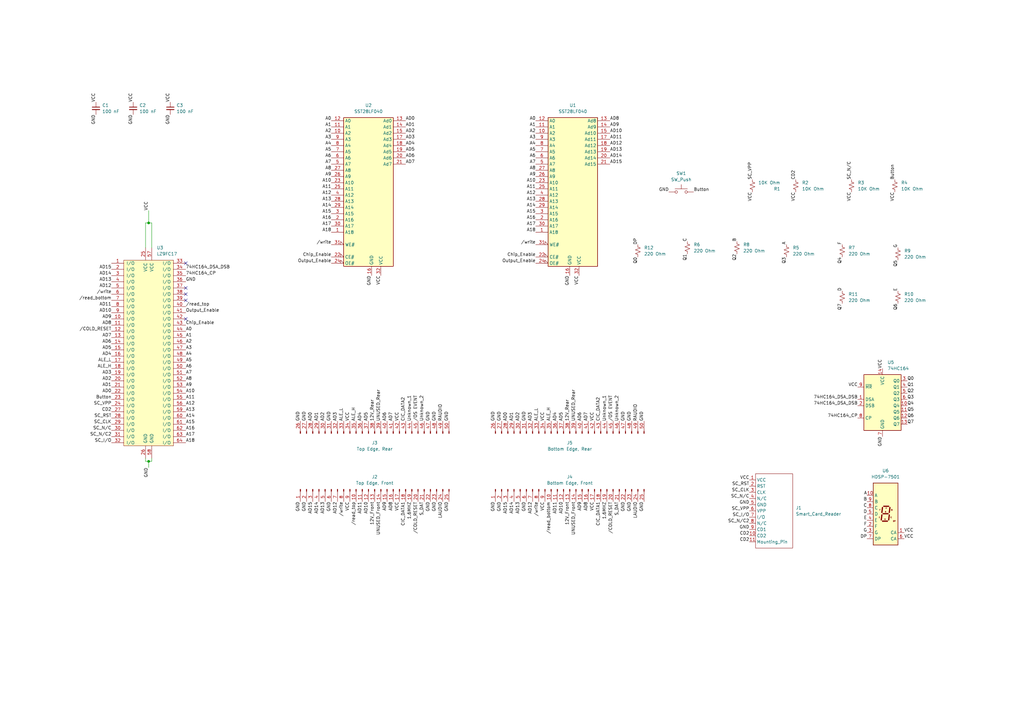
<source format=kicad_sch>
(kicad_sch (version 20231120) (generator "eeschema") (generator_version "8.0")
  (paper "A3")
  (lib_symbols
    (symbol "74xx:74HC164"
      (property "Reference" "U" (at 1.905 -13.97 0))
      (property "Value" "74HC164" (at 1.905 -16.51 0))
      (symbol "74HC164_0_1"
        (rectangle (start 7.62 10.16) (end -7.62 -12.7) (stroke (width 0.254)) (fill (type background)))
      )
      (symbol "74HC164_1_1"
        (pin input line (at -10.16 0 0) (length 2.54) (name "DSA") (number "1"))
        (pin output line (at 10.16 -2.54 180) (length 2.54) (name "Q4") (number "10"))
        (pin output line (at 10.16 -5.08 180) (length 2.54) (name "Q5") (number "11"))
        (pin output line (at 10.16 -7.62 180) (length 2.54) (name "Q6") (number "12"))
        (pin output line (at 10.16 -10.16 180) (length 2.54) (name "Q7") (number "13"))
        (pin power_in line (at 0 12.7 270) (length 2.54) (name "VCC") (number "14"))
        (pin input line (at -10.16 -2.54 0) (length 2.54) (name "DSB") (number "2"))
        (pin output line (at 10.16 7.62 180) (length 2.54) (name "Q0") (number "3"))
        (pin output line (at 10.16 5.08 180) (length 2.54) (name "Q1") (number "4"))
        (pin output line (at 10.16 2.54 180) (length 2.54) (name "Q2") (number "5"))
        (pin output line (at 10.16 0 180) (length 2.54) (name "Q3") (number "6"))
        (pin power_in line (at 0 -15.24 90) (length 2.54) (name "GND") (number "7"))
        (pin input line (at -10.16 -7.62 0) (length 2.54) (name "CP") (number "8"))
        (pin input line (at -10.16 5.08 0) (length 2.54) (name "~{MR}") (number "9"))
      )
    )
    (symbol "Conn_01x25_Male_1" (pin_names (offset 1.016) hide)
      (property "Reference" "J?" (at 0 -5.08 90))
      (property "Value" "Conn_01x25_Male" (at 0 -2.54 90))
      (symbol "Conn_01x25_Male_1_1_1"
        (polyline (pts (xy 1.27 -30.48) (xy 0.8636 -30.48)) (stroke (width 0.1524)))
        (polyline (pts (xy 1.27 -27.94) (xy 0.8636 -27.94)) (stroke (width 0.1524)))
        (polyline (pts (xy 1.27 -25.4) (xy 0.8636 -25.4)) (stroke (width 0.1524)))
        (polyline (pts (xy 1.27 -22.86) (xy 0.8636 -22.86)) (stroke (width 0.1524)))
        (polyline (pts (xy 1.27 -20.32) (xy 0.8636 -20.32)) (stroke (width 0.1524)))
        (polyline (pts (xy 1.27 -17.78) (xy 0.8636 -17.78)) (stroke (width 0.1524)))
        (polyline (pts (xy 1.27 -15.24) (xy 0.8636 -15.24)) (stroke (width 0.1524)))
        (polyline (pts (xy 1.27 -12.7) (xy 0.8636 -12.7)) (stroke (width 0.1524)))
        (polyline (pts (xy 1.27 -10.16) (xy 0.8636 -10.16)) (stroke (width 0.1524)))
        (polyline (pts (xy 1.27 -7.62) (xy 0.8636 -7.62)) (stroke (width 0.1524)))
        (polyline (pts (xy 1.27 -5.08) (xy 0.8636 -5.08)) (stroke (width 0.1524)))
        (polyline (pts (xy 1.27 -2.54) (xy 0.8636 -2.54)) (stroke (width 0.1524)))
        (polyline (pts (xy 1.27 0) (xy 0.8636 0)) (stroke (width 0.1524)))
        (polyline (pts (xy 1.27 2.54) (xy 0.8636 2.54)) (stroke (width 0.1524)))
        (polyline (pts (xy 1.27 5.08) (xy 0.8636 5.08)) (stroke (width 0.1524)))
        (polyline (pts (xy 1.27 7.62) (xy 0.8636 7.62)) (stroke (width 0.1524)))
        (polyline (pts (xy 1.27 10.16) (xy 0.8636 10.16)) (stroke (width 0.1524)))
        (polyline (pts (xy 1.27 12.7) (xy 0.8636 12.7)) (stroke (width 0.1524)))
        (polyline (pts (xy 1.27 15.24) (xy 0.8636 15.24)) (stroke (width 0.1524)))
        (polyline (pts (xy 1.27 17.78) (xy 0.8636 17.78)) (stroke (width 0.1524)))
        (polyline (pts (xy 1.27 20.32) (xy 0.8636 20.32)) (stroke (width 0.1524)))
        (polyline (pts (xy 1.27 22.86) (xy 0.8636 22.86)) (stroke (width 0.1524)))
        (polyline (pts (xy 1.27 25.4) (xy 0.8636 25.4)) (stroke (width 0.1524)))
        (polyline (pts (xy 1.27 27.94) (xy 0.8636 27.94)) (stroke (width 0.1524)))
        (polyline (pts (xy 1.27 30.48) (xy 0.8636 30.48)) (stroke (width 0.1524)))
        (rectangle (start 0.8636 -30.353) (end 0 -30.607) (stroke (width 0.1524)) (fill (type outline)))
        (rectangle (start 0.8636 -27.813) (end 0 -28.067) (stroke (width 0.1524)) (fill (type outline)))
        (rectangle (start 0.8636 -25.273) (end 0 -25.527) (stroke (width 0.1524)) (fill (type outline)))
        (rectangle (start 0.8636 -22.733) (end 0 -22.987) (stroke (width 0.1524)) (fill (type outline)))
        (rectangle (start 0.8636 -20.193) (end 0 -20.447) (stroke (width 0.1524)) (fill (type outline)))
        (rectangle (start 0.8636 -17.653) (end 0 -17.907) (stroke (width 0.1524)) (fill (type outline)))
        (rectangle (start 0.8636 -15.113) (end 0 -15.367) (stroke (width 0.1524)) (fill (type outline)))
        (rectangle (start 0.8636 -12.573) (end 0 -12.827) (stroke (width 0.1524)) (fill (type outline)))
        (rectangle (start 0.8636 -10.033) (end 0 -10.287) (stroke (width 0.1524)) (fill (type outline)))
        (rectangle (start 0.8636 -7.493) (end 0 -7.747) (stroke (width 0.1524)) (fill (type outline)))
        (rectangle (start 0.8636 -4.953) (end 0 -5.207) (stroke (width 0.1524)) (fill (type outline)))
        (rectangle (start 0.8636 -2.413) (end 0 -2.667) (stroke (width 0.1524)) (fill (type outline)))
        (rectangle (start 0.8636 0.127) (end 0 -0.127) (stroke (width 0.1524)) (fill (type outline)))
        (rectangle (start 0.8636 2.667) (end 0 2.413) (stroke (width 0.1524)) (fill (type outline)))
        (rectangle (start 0.8636 5.207) (end 0 4.953) (stroke (width 0.1524)) (fill (type outline)))
        (rectangle (start 0.8636 7.747) (end 0 7.493) (stroke (width 0.1524)) (fill (type outline)))
        (rectangle (start 0.8636 10.287) (end 0 10.033) (stroke (width 0.1524)) (fill (type outline)))
        (rectangle (start 0.8636 12.827) (end 0 12.573) (stroke (width 0.1524)) (fill (type outline)))
        (rectangle (start 0.8636 15.367) (end 0 15.113) (stroke (width 0.1524)) (fill (type outline)))
        (rectangle (start 0.8636 17.907) (end 0 17.653) (stroke (width 0.1524)) (fill (type outline)))
        (rectangle (start 0.8636 20.447) (end 0 20.193) (stroke (width 0.1524)) (fill (type outline)))
        (rectangle (start 0.8636 22.987) (end 0 22.733) (stroke (width 0.1524)) (fill (type outline)))
        (rectangle (start 0.8636 25.527) (end 0 25.273) (stroke (width 0.1524)) (fill (type outline)))
        (rectangle (start 0.8636 28.067) (end 0 27.813) (stroke (width 0.1524)) (fill (type outline)))
        (rectangle (start 0.8636 30.607) (end 0 30.353) (stroke (width 0.1524)) (fill (type outline)))
        (pin passive line (at 5.08 30.48 180) (length 3.81) (name "Pin_1") (number "26"))
        (pin passive line (at 5.08 27.94 180) (length 3.81) (name "Pin_2") (number "27"))
        (pin passive line (at 5.08 25.4 180) (length 3.81) (name "Pin_3") (number "28"))
        (pin passive line (at 5.08 22.86 180) (length 3.81) (name "Pin_4") (number "29"))
        (pin passive line (at 5.08 20.32 180) (length 3.81) (name "Pin_5") (number "30"))
        (pin passive line (at 5.08 17.78 180) (length 3.81) (name "Pin_6") (number "31"))
        (pin passive line (at 5.08 15.24 180) (length 3.81) (name "Pin_7") (number "32"))
        (pin passive line (at 5.08 12.7 180) (length 3.81) (name "Pin_8") (number "33"))
        (pin passive line (at 5.08 10.16 180) (length 3.81) (name "Pin_9") (number "34"))
        (pin passive line (at 5.08 7.62 180) (length 3.81) (name "Pin_10") (number "35"))
        (pin passive line (at 5.08 5.08 180) (length 3.81) (name "Pin_11") (number "36"))
        (pin passive line (at 5.08 2.54 180) (length 3.81) (name "Pin_12") (number "37"))
        (pin passive line (at 5.08 0 180) (length 3.81) (name "Pin_13") (number "38"))
        (pin passive line (at 5.08 -2.54 180) (length 3.81) (name "Pin_14") (number "39"))
        (pin passive line (at 5.08 -5.08 180) (length 3.81) (name "Pin_15") (number "40"))
        (pin passive line (at 5.08 -7.62 180) (length 3.81) (name "Pin_16") (number "41"))
        (pin passive line (at 5.08 -10.16 180) (length 3.81) (name "Pin_17") (number "42"))
        (pin passive line (at 5.08 -12.7 180) (length 3.81) (name "Pin_18") (number "43"))
        (pin passive line (at 5.08 -15.24 180) (length 3.81) (name "Pin_19") (number "44"))
        (pin passive line (at 5.08 -17.78 180) (length 3.81) (name "Pin_20") (number "45"))
        (pin passive line (at 5.08 -20.32 180) (length 3.81) (name "Pin_21") (number "46"))
        (pin passive line (at 5.08 -22.86 180) (length 3.81) (name "Pin_22") (number "47"))
        (pin passive line (at 5.08 -25.4 180) (length 3.81) (name "Pin_23") (number "48"))
        (pin passive line (at 5.08 -27.94 180) (length 3.81) (name "Pin_24") (number "49"))
        (pin passive line (at 5.08 -30.48 180) (length 3.81) (name "Pin_25") (number "50"))
      )
    )
    (symbol "Conn_01x25_Male_2" (pin_names (offset 1.016) hide)
      (property "Reference" "J5" (at 0 -2.54 90))
      (property "Value" "Conn_01x25_Male_2" (at 0 -5.08 90))
      (symbol "Conn_01x25_Male_2_1_1"
        (polyline (pts (xy 1.27 -30.48) (xy 0.8636 -30.48)) (stroke (width 0.1524)))
        (polyline (pts (xy 1.27 -27.94) (xy 0.8636 -27.94)) (stroke (width 0.1524)))
        (polyline (pts (xy 1.27 -25.4) (xy 0.8636 -25.4)) (stroke (width 0.1524)))
        (polyline (pts (xy 1.27 -22.86) (xy 0.8636 -22.86)) (stroke (width 0.1524)))
        (polyline (pts (xy 1.27 -20.32) (xy 0.8636 -20.32)) (stroke (width 0.1524)))
        (polyline (pts (xy 1.27 -17.78) (xy 0.8636 -17.78)) (stroke (width 0.1524)))
        (polyline (pts (xy 1.27 -15.24) (xy 0.8636 -15.24)) (stroke (width 0.1524)))
        (polyline (pts (xy 1.27 -12.7) (xy 0.8636 -12.7)) (stroke (width 0.1524)))
        (polyline (pts (xy 1.27 -10.16) (xy 0.8636 -10.16)) (stroke (width 0.1524)))
        (polyline (pts (xy 1.27 -7.62) (xy 0.8636 -7.62)) (stroke (width 0.1524)))
        (polyline (pts (xy 1.27 -5.08) (xy 0.8636 -5.08)) (stroke (width 0.1524)))
        (polyline (pts (xy 1.27 -2.54) (xy 0.8636 -2.54)) (stroke (width 0.1524)))
        (polyline (pts (xy 1.27 0) (xy 0.8636 0)) (stroke (width 0.1524)))
        (polyline (pts (xy 1.27 2.54) (xy 0.8636 2.54)) (stroke (width 0.1524)))
        (polyline (pts (xy 1.27 5.08) (xy 0.8636 5.08)) (stroke (width 0.1524)))
        (polyline (pts (xy 1.27 7.62) (xy 0.8636 7.62)) (stroke (width 0.1524)))
        (polyline (pts (xy 1.27 10.16) (xy 0.8636 10.16)) (stroke (width 0.1524)))
        (polyline (pts (xy 1.27 12.7) (xy 0.8636 12.7)) (stroke (width 0.1524)))
        (polyline (pts (xy 1.27 15.24) (xy 0.8636 15.24)) (stroke (width 0.1524)))
        (polyline (pts (xy 1.27 17.78) (xy 0.8636 17.78)) (stroke (width 0.1524)))
        (polyline (pts (xy 1.27 20.32) (xy 0.8636 20.32)) (stroke (width 0.1524)))
        (polyline (pts (xy 1.27 22.86) (xy 0.8636 22.86)) (stroke (width 0.1524)))
        (polyline (pts (xy 1.27 25.4) (xy 0.8636 25.4)) (stroke (width 0.1524)))
        (polyline (pts (xy 1.27 27.94) (xy 0.8636 27.94)) (stroke (width 0.1524)))
        (polyline (pts (xy 1.27 30.48) (xy 0.8636 30.48)) (stroke (width 0.1524)))
        (rectangle (start 0.8636 -30.353) (end 0 -30.607) (stroke (width 0.1524)) (fill (type outline)))
        (rectangle (start 0.8636 -27.813) (end 0 -28.067) (stroke (width 0.1524)) (fill (type outline)))
        (rectangle (start 0.8636 -25.273) (end 0 -25.527) (stroke (width 0.1524)) (fill (type outline)))
        (rectangle (start 0.8636 -22.733) (end 0 -22.987) (stroke (width 0.1524)) (fill (type outline)))
        (rectangle (start 0.8636 -20.193) (end 0 -20.447) (stroke (width 0.1524)) (fill (type outline)))
        (rectangle (start 0.8636 -17.653) (end 0 -17.907) (stroke (width 0.1524)) (fill (type outline)))
        (rectangle (start 0.8636 -15.113) (end 0 -15.367) (stroke (width 0.1524)) (fill (type outline)))
        (rectangle (start 0.8636 -12.573) (end 0 -12.827) (stroke (width 0.1524)) (fill (type outline)))
        (rectangle (start 0.8636 -10.033) (end 0 -10.287) (stroke (width 0.1524)) (fill (type outline)))
        (rectangle (start 0.8636 -7.493) (end 0 -7.747) (stroke (width 0.1524)) (fill (type outline)))
        (rectangle (start 0.8636 -4.953) (end 0 -5.207) (stroke (width 0.1524)) (fill (type outline)))
        (rectangle (start 0.8636 -2.413) (end 0 -2.667) (stroke (width 0.1524)) (fill (type outline)))
        (rectangle (start 0.8636 0.127) (end 0 -0.127) (stroke (width 0.1524)) (fill (type outline)))
        (rectangle (start 0.8636 2.667) (end 0 2.413) (stroke (width 0.1524)) (fill (type outline)))
        (rectangle (start 0.8636 5.207) (end 0 4.953) (stroke (width 0.1524)) (fill (type outline)))
        (rectangle (start 0.8636 7.747) (end 0 7.493) (stroke (width 0.1524)) (fill (type outline)))
        (rectangle (start 0.8636 10.287) (end 0 10.033) (stroke (width 0.1524)) (fill (type outline)))
        (rectangle (start 0.8636 12.827) (end 0 12.573) (stroke (width 0.1524)) (fill (type outline)))
        (rectangle (start 0.8636 15.367) (end 0 15.113) (stroke (width 0.1524)) (fill (type outline)))
        (rectangle (start 0.8636 17.907) (end 0 17.653) (stroke (width 0.1524)) (fill (type outline)))
        (rectangle (start 0.8636 20.447) (end 0 20.193) (stroke (width 0.1524)) (fill (type outline)))
        (rectangle (start 0.8636 22.987) (end 0 22.733) (stroke (width 0.1524)) (fill (type outline)))
        (rectangle (start 0.8636 25.527) (end 0 25.273) (stroke (width 0.1524)) (fill (type outline)))
        (rectangle (start 0.8636 28.067) (end 0 27.813) (stroke (width 0.1524)) (fill (type outline)))
        (rectangle (start 0.8636 30.607) (end 0 30.353) (stroke (width 0.1524)) (fill (type outline)))
        (pin passive line (at 5.08 -30.48 180) (length 3.81) (name "Pin_25") (number "26"))
        (pin passive line (at 5.08 -27.94 180) (length 3.81) (name "Pin_24") (number "27"))
        (pin passive line (at 5.08 -25.4 180) (length 3.81) (name "Pin_23") (number "28"))
        (pin passive line (at 5.08 -22.86 180) (length 3.81) (name "Pin_22") (number "29"))
        (pin passive line (at 5.08 -20.32 180) (length 3.81) (name "Pin_21") (number "30"))
        (pin passive line (at 5.08 -17.78 180) (length 3.81) (name "Pin_20") (number "31"))
        (pin passive line (at 5.08 -15.24 180) (length 3.81) (name "Pin_19") (number "32"))
        (pin passive line (at 5.08 -12.7 180) (length 3.81) (name "Pin_18") (number "33"))
        (pin passive line (at 5.08 -10.16 180) (length 3.81) (name "Pin_17") (number "34"))
        (pin passive line (at 5.08 -7.62 180) (length 3.81) (name "Pin_16") (number "35"))
        (pin passive line (at 5.08 -5.08 180) (length 3.81) (name "Pin_15") (number "36"))
        (pin passive line (at 5.08 -2.54 180) (length 3.81) (name "Pin_14") (number "37"))
        (pin passive line (at 5.08 0 180) (length 3.81) (name "Pin_13") (number "38"))
        (pin passive line (at 5.08 2.54 180) (length 3.81) (name "Pin_12") (number "39"))
        (pin passive line (at 5.08 5.08 180) (length 3.81) (name "Pin_11") (number "40"))
        (pin passive line (at 5.08 7.62 180) (length 3.81) (name "Pin_10") (number "41"))
        (pin passive line (at 5.08 10.16 180) (length 3.81) (name "Pin_9") (number "42"))
        (pin passive line (at 5.08 12.7 180) (length 3.81) (name "Pin_8") (number "43"))
        (pin passive line (at 5.08 15.24 180) (length 3.81) (name "Pin_7") (number "44"))
        (pin passive line (at 5.08 17.78 180) (length 3.81) (name "Pin_6") (number "45"))
        (pin passive line (at 5.08 20.32 180) (length 3.81) (name "Pin_5") (number "46"))
        (pin passive line (at 5.08 22.86 180) (length 3.81) (name "Pin_4") (number "47"))
        (pin passive line (at 5.08 25.4 180) (length 3.81) (name "Pin_3") (number "48"))
        (pin passive line (at 5.08 27.94 180) (length 3.81) (name "Pin_2") (number "49"))
        (pin passive line (at 5.08 30.48 180) (length 3.81) (name "Pin_1") (number "50"))
      )
    )
    (symbol "Connector:Conn_01x25_Male" (pin_names (offset 1.016) hide)
      (property "Reference" "J" (at 0 33.02 0))
      (property "Value" "Conn_01x25_Male" (at 0 -33.02 0))
      (symbol "Conn_01x25_Male_1_1"
        (polyline (pts (xy 1.27 -30.48) (xy 0.8636 -30.48)) (stroke (width 0.1524)))
        (polyline (pts (xy 1.27 -27.94) (xy 0.8636 -27.94)) (stroke (width 0.1524)))
        (polyline (pts (xy 1.27 -25.4) (xy 0.8636 -25.4)) (stroke (width 0.1524)))
        (polyline (pts (xy 1.27 -22.86) (xy 0.8636 -22.86)) (stroke (width 0.1524)))
        (polyline (pts (xy 1.27 -20.32) (xy 0.8636 -20.32)) (stroke (width 0.1524)))
        (polyline (pts (xy 1.27 -17.78) (xy 0.8636 -17.78)) (stroke (width 0.1524)))
        (polyline (pts (xy 1.27 -15.24) (xy 0.8636 -15.24)) (stroke (width 0.1524)))
        (polyline (pts (xy 1.27 -12.7) (xy 0.8636 -12.7)) (stroke (width 0.1524)))
        (polyline (pts (xy 1.27 -10.16) (xy 0.8636 -10.16)) (stroke (width 0.1524)))
        (polyline (pts (xy 1.27 -7.62) (xy 0.8636 -7.62)) (stroke (width 0.1524)))
        (polyline (pts (xy 1.27 -5.08) (xy 0.8636 -5.08)) (stroke (width 0.1524)))
        (polyline (pts (xy 1.27 -2.54) (xy 0.8636 -2.54)) (stroke (width 0.1524)))
        (polyline (pts (xy 1.27 0) (xy 0.8636 0)) (stroke (width 0.1524)))
        (polyline (pts (xy 1.27 2.54) (xy 0.8636 2.54)) (stroke (width 0.1524)))
        (polyline (pts (xy 1.27 5.08) (xy 0.8636 5.08)) (stroke (width 0.1524)))
        (polyline (pts (xy 1.27 7.62) (xy 0.8636 7.62)) (stroke (width 0.1524)))
        (polyline (pts (xy 1.27 10.16) (xy 0.8636 10.16)) (stroke (width 0.1524)))
        (polyline (pts (xy 1.27 12.7) (xy 0.8636 12.7)) (stroke (width 0.1524)))
        (polyline (pts (xy 1.27 15.24) (xy 0.8636 15.24)) (stroke (width 0.1524)))
        (polyline (pts (xy 1.27 17.78) (xy 0.8636 17.78)) (stroke (width 0.1524)))
        (polyline (pts (xy 1.27 20.32) (xy 0.8636 20.32)) (stroke (width 0.1524)))
        (polyline (pts (xy 1.27 22.86) (xy 0.8636 22.86)) (stroke (width 0.1524)))
        (polyline (pts (xy 1.27 25.4) (xy 0.8636 25.4)) (stroke (width 0.1524)))
        (polyline (pts (xy 1.27 27.94) (xy 0.8636 27.94)) (stroke (width 0.1524)))
        (polyline (pts (xy 1.27 30.48) (xy 0.8636 30.48)) (stroke (width 0.1524)))
        (rectangle (start 0.8636 -30.353) (end 0 -30.607) (stroke (width 0.1524)) (fill (type outline)))
        (rectangle (start 0.8636 -27.813) (end 0 -28.067) (stroke (width 0.1524)) (fill (type outline)))
        (rectangle (start 0.8636 -25.273) (end 0 -25.527) (stroke (width 0.1524)) (fill (type outline)))
        (rectangle (start 0.8636 -22.733) (end 0 -22.987) (stroke (width 0.1524)) (fill (type outline)))
        (rectangle (start 0.8636 -20.193) (end 0 -20.447) (stroke (width 0.1524)) (fill (type outline)))
        (rectangle (start 0.8636 -17.653) (end 0 -17.907) (stroke (width 0.1524)) (fill (type outline)))
        (rectangle (start 0.8636 -15.113) (end 0 -15.367) (stroke (width 0.1524)) (fill (type outline)))
        (rectangle (start 0.8636 -12.573) (end 0 -12.827) (stroke (width 0.1524)) (fill (type outline)))
        (rectangle (start 0.8636 -10.033) (end 0 -10.287) (stroke (width 0.1524)) (fill (type outline)))
        (rectangle (start 0.8636 -7.493) (end 0 -7.747) (stroke (width 0.1524)) (fill (type outline)))
        (rectangle (start 0.8636 -4.953) (end 0 -5.207) (stroke (width 0.1524)) (fill (type outline)))
        (rectangle (start 0.8636 -2.413) (end 0 -2.667) (stroke (width 0.1524)) (fill (type outline)))
        (rectangle (start 0.8636 0.127) (end 0 -0.127) (stroke (width 0.1524)) (fill (type outline)))
        (rectangle (start 0.8636 2.667) (end 0 2.413) (stroke (width 0.1524)) (fill (type outline)))
        (rectangle (start 0.8636 5.207) (end 0 4.953) (stroke (width 0.1524)) (fill (type outline)))
        (rectangle (start 0.8636 7.747) (end 0 7.493) (stroke (width 0.1524)) (fill (type outline)))
        (rectangle (start 0.8636 10.287) (end 0 10.033) (stroke (width 0.1524)) (fill (type outline)))
        (rectangle (start 0.8636 12.827) (end 0 12.573) (stroke (width 0.1524)) (fill (type outline)))
        (rectangle (start 0.8636 15.367) (end 0 15.113) (stroke (width 0.1524)) (fill (type outline)))
        (rectangle (start 0.8636 17.907) (end 0 17.653) (stroke (width 0.1524)) (fill (type outline)))
        (rectangle (start 0.8636 20.447) (end 0 20.193) (stroke (width 0.1524)) (fill (type outline)))
        (rectangle (start 0.8636 22.987) (end 0 22.733) (stroke (width 0.1524)) (fill (type outline)))
        (rectangle (start 0.8636 25.527) (end 0 25.273) (stroke (width 0.1524)) (fill (type outline)))
        (rectangle (start 0.8636 28.067) (end 0 27.813) (stroke (width 0.1524)) (fill (type outline)))
        (rectangle (start 0.8636 30.607) (end 0 30.353) (stroke (width 0.1524)) (fill (type outline)))
        (pin passive line (at 5.08 30.48 180) (length 3.81) (name "Pin_1") (number "1"))
        (pin passive line (at 5.08 7.62 180) (length 3.81) (name "Pin_10") (number "10"))
        (pin passive line (at 5.08 5.08 180) (length 3.81) (name "Pin_11") (number "11"))
        (pin passive line (at 5.08 2.54 180) (length 3.81) (name "Pin_12") (number "12"))
        (pin passive line (at 5.08 0 180) (length 3.81) (name "Pin_13") (number "13"))
        (pin passive line (at 5.08 -2.54 180) (length 3.81) (name "Pin_14") (number "14"))
        (pin passive line (at 5.08 -5.08 180) (length 3.81) (name "Pin_15") (number "15"))
        (pin passive line (at 5.08 -7.62 180) (length 3.81) (name "Pin_16") (number "16"))
        (pin passive line (at 5.08 -10.16 180) (length 3.81) (name "Pin_17") (number "17"))
        (pin passive line (at 5.08 -12.7 180) (length 3.81) (name "Pin_18") (number "18"))
        (pin passive line (at 5.08 -15.24 180) (length 3.81) (name "Pin_19") (number "19"))
        (pin passive line (at 5.08 27.94 180) (length 3.81) (name "Pin_2") (number "2"))
        (pin passive line (at 5.08 -17.78 180) (length 3.81) (name "Pin_20") (number "20"))
        (pin passive line (at 5.08 -20.32 180) (length 3.81) (name "Pin_21") (number "21"))
        (pin passive line (at 5.08 -22.86 180) (length 3.81) (name "Pin_22") (number "22"))
        (pin passive line (at 5.08 -25.4 180) (length 3.81) (name "Pin_23") (number "23"))
        (pin passive line (at 5.08 -27.94 180) (length 3.81) (name "Pin_24") (number "24"))
        (pin passive line (at 5.08 -30.48 180) (length 3.81) (name "Pin_25") (number "25"))
        (pin passive line (at 5.08 25.4 180) (length 3.81) (name "Pin_3") (number "3"))
        (pin passive line (at 5.08 22.86 180) (length 3.81) (name "Pin_4") (number "4"))
        (pin passive line (at 5.08 20.32 180) (length 3.81) (name "Pin_5") (number "5"))
        (pin passive line (at 5.08 17.78 180) (length 3.81) (name "Pin_6") (number "6"))
        (pin passive line (at 5.08 15.24 180) (length 3.81) (name "Pin_7") (number "7"))
        (pin passive line (at 5.08 12.7 180) (length 3.81) (name "Pin_8") (number "8"))
        (pin passive line (at 5.08 10.16 180) (length 3.81) (name "Pin_9") (number "9"))
      )
    )
    (symbol "Custom_Flash:SST28LF040"
      (property "Reference" "U1" (at 0 38.1 0))
      (property "Value" "SST28LF040" (at 0 35.56 0))
      (symbol "SST28LF040_0_1"
        (rectangle (start -10.16 31.75) (end 10.16 -29.21) (stroke (width 0.254)) (fill (type background)))
      )
      (symbol "SST28LF040_1_1"
        (pin input line (at -15.24 -15.24 0) (length 5.08) (name "A18") (number "1"))
        (pin input line (at -15.24 25.4 0) (length 5.08) (name "A2") (number "10"))
        (pin input line (at -15.24 27.94 0) (length 5.08) (name "A1") (number "11"))
        (pin input line (at -15.24 30.48 0) (length 5.08) (name "A0") (number "12"))
        (pin tri_state line (at 15.24 30.48 180) (length 5.08) (name "Ad0") (number "13"))
        (pin tri_state line (at 15.24 27.94 180) (length 5.08) (name "Ad1") (number "14"))
        (pin tri_state line (at 15.24 25.4 180) (length 5.08) (name "Ad2") (number "15"))
        (pin power_in line (at 1.27 -33.02 90) (length 3.81) (name "GND") (number "16"))
        (pin tri_state line (at 15.24 22.86 180) (length 5.08) (name "Ad3") (number "17"))
        (pin tri_state line (at 15.24 20.32 180) (length 5.08) (name "Ad4") (number "18"))
        (pin tri_state line (at 15.24 17.78 180) (length 5.08) (name "Ad5") (number "19"))
        (pin input line (at -15.24 -10.16 0) (length 5.08) (name "A16") (number "2"))
        (pin tri_state line (at 15.24 15.24 180) (length 5.08) (name "Ad6") (number "20"))
        (pin tri_state line (at 15.24 12.7 180) (length 5.08) (name "Ad7") (number "21"))
        (pin input input_low (at -15.24 -25.4 0) (length 5.08) (name "CE#") (number "22"))
        (pin input line (at -15.24 5.08 0) (length 5.08) (name "A10") (number "23"))
        (pin input input_low (at -15.24 -27.94 0) (length 5.08) (name "OE#") (number "24"))
        (pin input line (at -15.24 2.54 0) (length 5.08) (name "A11") (number "25"))
        (pin input line (at -15.24 7.62 0) (length 5.08) (name "A9") (number "26"))
        (pin input line (at -15.24 10.16 0) (length 5.08) (name "A8") (number "27"))
        (pin input line (at -15.24 -2.54 0) (length 5.08) (name "A13") (number "28"))
        (pin input line (at -15.24 -5.08 0) (length 5.08) (name "A14") (number "29"))
        (pin input line (at -15.24 -7.62 0) (length 5.08) (name "A15") (number "3"))
        (pin input line (at -15.24 -12.7 0) (length 5.08) (name "A17") (number "30"))
        (pin input input_low (at -15.24 -20.32 0) (length 5.08) (name "WE#") (number "31"))
        (pin power_in line (at 5.08 -33.02 90) (length 3.81) (name "VCC") (number "32"))
        (pin input line (at -15.24 0 0) (length 5.08) (name "A12") (number "4"))
        (pin input line (at -15.24 12.7 0) (length 5.08) (name "A7") (number "5"))
        (pin input line (at -15.24 15.24 0) (length 5.08) (name "A6") (number "6"))
        (pin input line (at -15.24 17.78 0) (length 5.08) (name "A5") (number "7"))
        (pin input line (at -15.24 20.32 0) (length 5.08) (name "A4") (number "8"))
        (pin input line (at -15.24 22.86 0) (length 5.08) (name "A3") (number "9"))
      )
    )
    (symbol "Custom_GAL:LZ9FC17" (pin_names (offset 1.016))
      (property "Reference" "U" (at -7.62 50.8 0))
      (property "Value" "LZ9FC17" (at 2.54 50.8 0))
      (symbol "LZ9FC17_0_1"
        (rectangle (start -10.16 36.83) (end 10.16 -39.37) (fill (type background)))
      )
      (symbol "LZ9FC17_1_1"
        (pin tri_state line (at -15.24 35.56 0) (length 5.08) (name "I/O") (number "1"))
        (pin tri_state line (at -15.24 12.7 0) (length 5.08) (name "I/O") (number "10"))
        (pin tri_state line (at -15.24 10.16 0) (length 5.08) (name "I/O") (number "11"))
        (pin tri_state line (at -15.24 7.62 0) (length 5.08) (name "I/O") (number "12"))
        (pin tri_state line (at -15.24 5.08 0) (length 5.08) (name "I/O") (number "13"))
        (pin tri_state line (at -15.24 2.54 0) (length 5.08) (name "I/O") (number "14"))
        (pin tri_state line (at -15.24 0 0) (length 5.08) (name "I/O") (number "15"))
        (pin tri_state line (at -15.24 -2.54 0) (length 5.08) (name "I/O") (number "16"))
        (pin tri_state line (at -15.24 -5.08 0) (length 5.08) (name "I/O") (number "17"))
        (pin tri_state line (at -15.24 -7.62 0) (length 5.08) (name "I/O") (number "18"))
        (pin tri_state line (at -15.24 -10.16 0) (length 5.08) (name "I/O") (number "19"))
        (pin tri_state line (at -15.24 33.02 0) (length 5.08) (name "I/O") (number "2"))
        (pin tri_state line (at -15.24 -12.7 0) (length 5.08) (name "I/O") (number "20"))
        (pin tri_state line (at -15.24 -15.24 0) (length 5.08) (name "I/O") (number "21"))
        (pin tri_state line (at -15.24 -17.78 0) (length 5.08) (name "I/O") (number "22"))
        (pin tri_state line (at -15.24 -20.32 0) (length 5.08) (name "I/O") (number "23"))
        (pin tri_state line (at -15.24 -22.86 0) (length 5.08) (name "I/O") (number "24"))
        (pin power_in line (at -1.27 41.91 270) (length 5.08) (name "VCC") (number "25"))
        (pin power_in line (at -1.27 -44.45 90) (length 5.08) (name "GND") (number "26"))
        (pin tri_state line (at -15.24 -25.4 0) (length 5.08) (name "I/O") (number "27"))
        (pin tri_state line (at -15.24 -27.94 0) (length 5.08) (name "I/O") (number "28"))
        (pin tri_state line (at -15.24 -30.48 0) (length 5.08) (name "I/O") (number "29"))
        (pin tri_state line (at -15.24 30.48 0) (length 5.08) (name "I/O") (number "3"))
        (pin tri_state line (at -15.24 -33.02 0) (length 5.08) (name "I/O") (number "30"))
        (pin tri_state line (at -15.24 -35.56 0) (length 5.08) (name "I/O") (number "31"))
        (pin tri_state line (at -15.24 -38.1 0) (length 5.08) (name "I/O") (number "32"))
        (pin tri_state line (at 15.24 35.56 180) (length 5.08) (name "I/O") (number "33"))
        (pin tri_state line (at 15.24 33.02 180) (length 5.08) (name "I/O") (number "34"))
        (pin tri_state line (at 15.24 30.48 180) (length 5.08) (name "I/O") (number "35"))
        (pin tri_state line (at 15.24 27.94 180) (length 5.08) (name "I/O") (number "36"))
        (pin tri_state line (at 15.24 25.4 180) (length 5.08) (name "I/O") (number "37"))
        (pin tri_state line (at 15.24 22.86 180) (length 5.08) (name "I/O") (number "38"))
        (pin tri_state line (at 15.24 20.32 180) (length 5.08) (name "I/O") (number "39"))
        (pin tri_state line (at -15.24 27.94 0) (length 5.08) (name "I/O") (number "4"))
        (pin tri_state line (at 15.24 17.78 180) (length 5.08) (name "I/O") (number "40"))
        (pin tri_state line (at 15.24 15.24 180) (length 5.08) (name "I/O") (number "41"))
        (pin tri_state line (at 15.24 12.7 180) (length 5.08) (name "I/O") (number "42"))
        (pin tri_state line (at 15.24 10.16 180) (length 5.08) (name "I/O") (number "43"))
        (pin tri_state line (at 15.24 7.62 180) (length 5.08) (name "I/O") (number "44"))
        (pin tri_state line (at 15.24 5.08 180) (length 5.08) (name "I/O") (number "45"))
        (pin tri_state line (at 15.24 2.54 180) (length 5.08) (name "I/O") (number "46"))
        (pin tri_state line (at 15.24 0 180) (length 5.08) (name "I/O") (number "47"))
        (pin tri_state line (at 15.24 -2.54 180) (length 5.08) (name "I/O") (number "48"))
        (pin tri_state line (at 15.24 -5.08 180) (length 5.08) (name "I/O") (number "49"))
        (pin tri_state line (at -15.24 25.4 0) (length 5.08) (name "I/O") (number "5"))
        (pin tri_state line (at 15.24 -7.62 180) (length 5.08) (name "I/O") (number "50"))
        (pin tri_state line (at 15.24 -10.16 180) (length 5.08) (name "I/O") (number "51"))
        (pin tri_state line (at 15.24 -12.7 180) (length 5.08) (name "I/O") (number "52"))
        (pin tri_state line (at 15.24 -15.24 180) (length 5.08) (name "I/O") (number "53"))
        (pin tri_state line (at 15.24 -17.78 180) (length 5.08) (name "I/O") (number "54"))
        (pin tri_state line (at 15.24 -20.32 180) (length 5.08) (name "I/O") (number "55"))
        (pin tri_state line (at 15.24 -22.86 180) (length 5.08) (name "I/O") (number "56"))
        (pin power_in line (at 1.27 41.91 270) (length 5.08) (name "VCC") (number "57"))
        (pin tri_state line (at 1.27 -44.45 90) (length 5.08) (name "GND") (number "58"))
        (pin tri_state line (at 15.24 -25.4 180) (length 5.08) (name "I/O") (number "59"))
        (pin tri_state line (at -15.24 22.86 0) (length 5.08) (name "I/O") (number "6"))
        (pin tri_state line (at 15.24 -27.94 180) (length 5.08) (name "I/O") (number "60"))
        (pin tri_state line (at 15.24 -30.48 180) (length 5.08) (name "I/O") (number "61"))
        (pin tri_state line (at 15.24 -33.02 180) (length 5.08) (name "I/O") (number "62"))
        (pin tri_state line (at 15.24 -35.56 180) (length 5.08) (name "I/O") (number "63"))
        (pin tri_state line (at 15.24 -38.1 180) (length 5.08) (name "I/O") (number "64"))
        (pin tri_state line (at -15.24 20.32 0) (length 5.08) (name "I/O") (number "7"))
        (pin tri_state line (at -15.24 17.78 0) (length 5.08) (name "I/O") (number "8"))
        (pin tri_state line (at -15.24 15.24 0) (length 5.08) (name "I/O") (number "9"))
      )
    )
    (symbol "Device:C_Small" (pin_numbers hide) (pin_names (offset 0.254) hide)
      (property "Reference" "C" (at 0.254 1.778 0))
      (property "Value" "C_Small" (at 0.254 -2.032 0))
      (symbol "C_Small_0_1"
        (polyline (pts (xy -1.524 -0.508) (xy 1.524 -0.508)) (stroke (width 0.3302)))
        (polyline (pts (xy -1.524 0.508) (xy 1.524 0.508)) (stroke (width 0.3048)))
      )
      (symbol "C_Small_1_1"
        (pin passive line (at 0 2.54 270) (length 2.032) (name "~") (number "1"))
        (pin passive line (at 0 -2.54 90) (length 2.032) (name "~") (number "2"))
      )
    )
    (symbol "Device:R_Small_US" (pin_numbers hide) (pin_names (offset 0.254) hide)
      (property "Reference" "R" (at 0.762 0.508 0))
      (property "Value" "R_Small_US" (at 0.762 -1.016 0))
      (symbol "R_Small_US_1_1"
        (polyline (pts (xy 0 0) (xy 1.016 -0.381) (xy 0 -0.762) (xy -1.016 -1.143) (xy 0 -1.524)))
        (polyline (pts (xy 0 1.524) (xy 1.016 1.143) (xy 0 0.762) (xy -1.016 0.381) (xy 0 0)))
        (pin passive line (at 0 2.54 270) (length 1.016) (name "~") (number "1"))
        (pin passive line (at 0 -2.54 90) (length 1.016) (name "~") (number "2"))
      )
    )
    (symbol "Display_Character:HDSP-7501"
      (property "Reference" "U" (at -3.81 13.97 0))
      (property "Value" "HDSP-7501" (at 6.35 13.97 0))
      (symbol "HDSP-7501_1_0"
        (text "A" (at 0.254 2.413 0) (effects (font (size 0.508 0.508))))
        (text "B" (at 2.54 1.651 0) (effects (font (size 0.508 0.508))))
        (text "C" (at 2.286 -1.397 0) (effects (font (size 0.508 0.508))))
        (text "D" (at -0.254 -2.159 0) (effects (font (size 0.508 0.508))))
        (text "DP" (at 3.556 -2.921 0) (effects (font (size 0.508 0.508))))
        (text "E" (at -2.54 -1.397 0) (effects (font (size 0.508 0.508))))
        (text "F" (at -2.286 1.651 0) (effects (font (size 0.508 0.508))))
        (text "G" (at 0 0.889 0) (effects (font (size 0.508 0.508))))
      )
      (symbol "HDSP-7501_1_1"
        (rectangle (start -5.08 12.7) (end 5.08 -12.7) (stroke (width 0.254)) (fill (type background)))
        (polyline (pts (xy -1.524 -0.381) (xy -1.778 -2.413)) (stroke (width 0.508)))
        (polyline (pts (xy -1.27 -2.921) (xy 0.762 -2.921)) (stroke (width 0.508)))
        (polyline (pts (xy -1.27 2.667) (xy -1.524 0.635)) (stroke (width 0.508)))
        (polyline (pts (xy -1.016 0.127) (xy 1.016 0.127)) (stroke (width 0.508)))
        (polyline (pts (xy -0.762 3.175) (xy 1.27 3.175)) (stroke (width 0.508)))
        (polyline (pts (xy 1.524 -0.381) (xy 1.27 -2.413)) (stroke (width 0.508)))
        (polyline (pts (xy 1.778 2.667) (xy 1.524 0.635)) (stroke (width 0.508)))
        (polyline (pts (xy 2.54 -2.921) (xy 2.54 -2.921)) (stroke (width 0.508)))
        (pin input line (at 7.62 -7.62 180) (length 2.54) (name "CA") (number "1"))
        (pin input line (at -7.62 7.62 0) (length 2.54) (name "A") (number "10"))
        (pin input line (at -7.62 -5.08 0) (length 2.54) (name "F") (number "2"))
        (pin input line (at -7.62 -7.62 0) (length 2.54) (name "G") (number "3"))
        (pin input line (at -7.62 -2.54 0) (length 2.54) (name "E") (number "4"))
        (pin input line (at -7.62 0 0) (length 2.54) (name "D") (number "5"))
        (pin input line (at 7.62 -10.16 180) (length 2.54) (name "CA") (number "6"))
        (pin input line (at -7.62 -10.16 0) (length 2.54) (name "DP") (number "7"))
        (pin input line (at -7.62 2.54 0) (length 2.54) (name "C") (number "8"))
        (pin input line (at -7.62 5.08 0) (length 2.54) (name "B") (number "9"))
      )
    )
    (symbol "GB Printer:Smart_Card_Reader"
      (property "Reference" "U" (at 1.27 0 0))
      (property "Value" "Smart_Card_Reader" (at 5.08 -1.27 90))
      (symbol "Smart_Card_Reader_0_1"
        (rectangle (start -7.62 13.97) (end 7.62 -16.51))
      )
      (symbol "Smart_Card_Reader_1_1"
        (pin power_in line (at -10.16 11.43 0) (length 2.54) (name "VCC") (number "1"))
        (pin input line (at -10.16 -11.43 0) (length 2.54) (name "CD2") (number "10"))
        (pin input line (at -10.16 -13.97 0) (length 2.54) (name "Mounting_Pin") (number "11"))
        (pin input line (at -10.16 8.89 0) (length 2.54) (name "RST") (number "2"))
        (pin input line (at -10.16 6.35 0) (length 2.54) (name "CLK") (number "3"))
        (pin input line (at -10.16 3.81 0) (length 2.54) (name "N/C") (number "4"))
        (pin power_in line (at -10.16 1.27 0) (length 2.54) (name "GND") (number "5"))
        (pin power_in line (at -10.16 -1.27 0) (length 2.54) (name "VPP") (number "6"))
        (pin input line (at -10.16 -3.81 0) (length 2.54) (name "I/O") (number "7"))
        (pin input line (at -10.16 -6.35 0) (length 2.54) (name "N/C") (number "8"))
        (pin input line (at -10.16 -8.89 0) (length 2.54) (name "CD1") (number "9"))
      )
    )
    (symbol "SST28LF040_1"
      (property "Reference" "U2" (at 0 38.1 0))
      (property "Value" "SST28LF040" (at 0 35.56 0))
      (symbol "SST28LF040_1_0_1"
        (rectangle (start -10.16 31.75) (end 10.16 -29.21) (stroke (width 0.254)) (fill (type background)))
      )
      (symbol "SST28LF040_1_1_1"
        (pin input line (at -15.24 -15.24 0) (length 5.08) (name "A18") (number "1"))
        (pin input line (at -15.24 25.4 0) (length 5.08) (name "A2") (number "10"))
        (pin input line (at -15.24 27.94 0) (length 5.08) (name "A1") (number "11"))
        (pin input line (at -15.24 30.48 0) (length 5.08) (name "A0") (number "12"))
        (pin tri_state line (at 15.24 30.48 180) (length 5.08) (name "Ad8") (number "13"))
        (pin tri_state line (at 15.24 27.94 180) (length 5.08) (name "Ad9") (number "14"))
        (pin tri_state line (at 15.24 25.4 180) (length 5.08) (name "Ad10") (number "15"))
        (pin power_in line (at -1.27 -33.02 90) (length 3.81) (name "GND") (number "16"))
        (pin tri_state line (at 15.24 22.86 180) (length 5.08) (name "Ad11") (number "17"))
        (pin tri_state line (at 15.24 20.32 180) (length 5.08) (name "Ad12") (number "18"))
        (pin tri_state line (at 15.24 17.78 180) (length 5.08) (name "Ad13") (number "19"))
        (pin input line (at -15.24 -10.16 0) (length 5.08) (name "A16") (number "2"))
        (pin tri_state line (at 15.24 15.24 180) (length 5.08) (name "Ad14") (number "20"))
        (pin tri_state line (at 15.24 12.7 180) (length 5.08) (name "Ad15") (number "21"))
        (pin input input_low (at -15.24 -25.4 0) (length 5.08) (name "CE#") (number "22"))
        (pin input line (at -15.24 5.08 0) (length 5.08) (name "A10") (number "23"))
        (pin input input_low (at -15.24 -27.94 0) (length 5.08) (name "OE#") (number "24"))
        (pin input line (at -15.24 2.54 0) (length 5.08) (name "A11") (number "25"))
        (pin input line (at -15.24 7.62 0) (length 5.08) (name "A9") (number "26"))
        (pin input line (at -15.24 10.16 0) (length 5.08) (name "A8") (number "27"))
        (pin input line (at -15.24 -2.54 0) (length 5.08) (name "A13") (number "28"))
        (pin input line (at -15.24 -5.08 0) (length 5.08) (name "A14") (number "29"))
        (pin input line (at -15.24 -7.62 0) (length 5.08) (name "A15") (number "3"))
        (pin input line (at -15.24 -12.7 0) (length 5.08) (name "A17") (number "30"))
        (pin input input_low (at -15.24 -20.32 0) (length 5.08) (name "WE#") (number "31"))
        (pin power_in line (at 2.54 -33.02 90) (length 3.81) (name "VCC") (number "32"))
        (pin input line (at -15.24 0 0) (length 5.08) (name "A12") (number "4"))
        (pin input line (at -15.24 12.7 0) (length 5.08) (name "A7") (number "5"))
        (pin input line (at -15.24 15.24 0) (length 5.08) (name "A6") (number "6"))
        (pin input line (at -15.24 17.78 0) (length 5.08) (name "A5") (number "7"))
        (pin input line (at -15.24 20.32 0) (length 5.08) (name "A4") (number "8"))
        (pin input line (at -15.24 22.86 0) (length 5.08) (name "A3") (number "9"))
      )
    )
    (symbol "Switch:SW_Push" (pin_numbers hide) (pin_names (offset 1.016) hide)
      (property "Reference" "SW" (at 1.27 2.54 0))
      (property "Value" "SW_Push" (at 0 -1.524 0))
      (symbol "SW_Push_0_1"
        (circle (center -2.032 0) (radius 0.508))
        (polyline (pts (xy 0 1.27) (xy 0 3.048)))
        (polyline (pts (xy 2.54 1.27) (xy -2.54 1.27)))
        (circle (center 2.032 0) (radius 0.508))
        (pin passive line (at -5.08 0 0) (length 2.54) (name "1") (number "1"))
        (pin passive line (at 5.08 0 180) (length 2.54) (name "2") (number "2"))
      )
    )
  )
  (junction (at 60.96 91.44))
  (junction (at 60.96 189.23))
  (no_connect (at 76.2 118.11))
  (no_connect (at 76.2 107.95))
  (no_connect (at 76.2 120.65))
  (no_connect (at 76.2 123.19))
  (no_connect (at 76.2 130.81))
  (wire (pts (xy 60.96 86.36) (xy 60.96 91.44)))
  (wire (pts (xy 59.69 187.96) (xy 59.69 189.23)))
  (wire (pts (xy 62.23 187.96) (xy 62.23 189.23)))
  (wire (pts (xy 59.69 189.23) (xy 60.96 189.23)))
  (wire (pts (xy 60.96 91.44) (xy 62.23 91.44)))
  (wire (pts (xy 59.69 91.44) (xy 60.96 91.44)))
  (wire (pts (xy 59.69 91.44) (xy 59.69 101.6)))
  (wire (pts (xy 60.96 189.23) (xy 62.23 189.23)))
  (wire (pts (xy 60.96 189.23) (xy 60.96 191.77)))
  (wire (pts (xy 62.23 91.44) (xy 62.23 101.6)))
  (label "AD10" (at 231.14 205.74 270))
  (label "UNUSED_Rear" (at 236.22 172.72 90))
  (label "SC_RST" (at 307.34 199.39 180))
  (label "A16" (at 135.89 90.17 180))
  (label "F" (at 355.6 215.9 180))
  (label "Q6" (at 368.3 124.46 270))
  (label "A1" (at 219.71 52.07 180))
  (label "VCC" (at 367.03 78.74 270))
  (label "AD4" (at 166.37 59.69 0))
  (label "{slash}OS EVENT" (at 251.46 172.72 90))
  (label "Unknown_2" (at 254 172.72 90))
  (label "{slash}OS EVENT" (at 171.45 172.72 90))
  (label "AD8" (at 161.29 205.74 270))
  (label "AD8" (at 45.72 133.35 180))
  (label "SC_I{slash}O" (at 307.34 212.09 180))
  (label "GND" (at 54.61 46.99 270))
  (label "GND" (at 259.08 172.72 90))
  (label "{slash}COLD_RESET" (at 171.45 205.74 270))
  (label "AD10" (at 250.19 54.61 0))
  (label "E" (at 355.6 213.36 180))
  (label "AD4" (at 148.59 172.72 90))
  (label "A18" (at 135.89 95.25 180))
  (label "VCC" (at 237.49 113.03 270))
  (label "A1" (at 76.2 138.43 0))
  (label "B" (at 302.26 99.06 90))
  (label "CIC_DATA2" (at 246.38 172.72 90))
  (label "AD2" (at 213.36 172.72 90))
  (label "VCC" (at 39.37 41.91 90))
  (label "SC_I{slash}O" (at 45.72 181.61 180))
  (label "AD13" (at 250.19 62.23 0))
  (label "GND" (at 307.34 217.17 180))
  (label "RAUDIO" (at 181.61 172.72 90))
  (label "AD14" (at 130.81 205.74 270))
  (label "74HC164_DSA_DSB" (at 351.79 163.83 180))
  (label "E" (at 368.3 119.38 90))
  (label "AD4" (at 45.72 146.05 180))
  (label "GND" (at 203.2 205.74 270))
  (label "GND" (at 205.74 205.74 270))
  (label "CD2" (at 45.72 168.91 180))
  (label "DP" (at 355.6 220.98 180))
  (label "Q4" (at 345.44 105.41 270))
  (label "AD7" (at 161.29 172.72 90))
  (label "A13" (at 135.89 82.55 180))
  (label "AD10" (at 151.13 205.74 270))
  (label "RAUDIO" (at 261.62 172.72 90))
  (label "Q6" (at 372.11 171.45 0))
  (label "LAUDIO" (at 181.61 205.74 270))
  (label "74HC164_DSA_DSB" (at 351.79 166.37 180))
  (label "A10" (at 219.71 74.93 180))
  (label "Q2" (at 372.11 161.29 0))
  (label "Output_Enable" (at 76.2 128.27 0))
  (label "VCC" (at 60.96 86.36 90))
  (label "GND" (at 135.89 172.72 90))
  (label "A6" (at 219.71 64.77 180))
  (label "Chip_Enable" (at 135.89 105.41 180))
  (label "UNUSED_Rear" (at 156.21 172.72 90))
  (label "VCC" (at 223.52 172.72 90))
  (label "A11" (at 135.89 77.47 180))
  (label "A5" (at 135.89 62.23 180))
  (label "AD15" (at 45.72 110.49 180))
  (label "C" (at 355.6 208.28 180))
  (label "GND" (at 274.32 78.74 180))
  (label "CIC_DATA1" (at 246.38 205.74 270))
  (label "GND" (at 233.68 113.03 270))
  (label "C" (at 281.94 99.06 90))
  (label "1.6MHZ" (at 168.91 205.74 270))
  (label "VCC" (at 349.25 78.74 270))
  (label "VCC" (at 163.83 205.74 270))
  (label "AD15" (at 128.27 205.74 270))
  (label "GND" (at 125.73 205.74 270))
  (label "AD7" (at 166.37 67.31 0))
  (label "AD3" (at 218.44 172.72 90))
  (label "AD13" (at 45.72 115.57 180))
  (label "AD1" (at 210.82 172.72 90))
  (label "AD0" (at 208.28 172.72 90))
  (label "CD2" (at 307.34 222.25 180))
  (label "A13" (at 219.71 82.55 180))
  (label "UNUSED_Front" (at 236.22 205.74 270))
  (label "VCC" (at 361.95 151.13 90))
  (label "Q5" (at 372.11 168.91 0))
  (label "AD1" (at 130.81 172.72 90))
  (label "S_DAT" (at 173.99 205.74 270))
  (label "G" (at 368.3 101.6 90))
  (label "GND" (at 264.16 205.74 270))
  (label "A1" (at 135.89 52.07 180))
  (label "A11" (at 76.2 163.83 0))
  (label "SC_VPP" (at 308.61 73.66 90))
  (label "AD6" (at 45.72 140.97 180))
  (label "ALE_L" (at 45.72 148.59 180))
  (label "A14" (at 76.2 171.45 0))
  (label "A9" (at 135.89 72.39 180))
  (label "AD3" (at 166.37 57.15 0))
  (label "{slash}write" (at 140.97 205.74 270))
  (label "A17" (at 219.71 92.71 180))
  (label "GND" (at 69.85 46.99 270))
  (label "Chip_Enable" (at 219.71 105.41 180))
  (label "{slash}write" (at 219.71 100.33 180))
  (label "AD2" (at 166.37 54.61 0))
  (label "VCC" (at 307.34 196.85 180))
  (label "ALE_H" (at 226.06 172.72 90))
  (label "A2" (at 219.71 54.61 180))
  (label "AD13" (at 133.35 205.74 270))
  (label "VCC" (at 370.84 218.44 0))
  (label "A18" (at 219.71 95.25 180))
  (label "A8" (at 219.71 69.85 180))
  (label "A17" (at 76.2 179.07 0))
  (label "GND" (at 76.2 115.57 0))
  (label "AD11" (at 228.6 205.74 270))
  (label "1.6MHZ" (at 248.92 205.74 270))
  (label "A6" (at 135.89 64.77 180))
  (label "A12" (at 76.2 166.37 0))
  (label "AD8" (at 250.19 49.53 0))
  (label "GND" (at 184.15 205.74 270))
  (label "CD2" (at 326.39 73.66 90))
  (label "GND" (at 203.2 172.72 90))
  (label "Button" (at 284.48 78.74 0))
  (label "Unknown_2" (at 173.99 172.72 90))
  (label "GND" (at 123.19 205.74 270))
  (label "AD5" (at 231.14 172.72 90))
  (label "{slash}read_top" (at 146.05 205.74 270))
  (label "AD6" (at 158.75 172.72 90))
  (label "VCC" (at 326.39 78.74 270))
  (label "AD9" (at 45.72 130.81 180))
  (label "AD9" (at 238.76 205.74 270))
  (label "AD3" (at 138.43 172.72 90))
  (label "VCC" (at 370.84 220.98 0))
  (label "VCC" (at 143.51 172.72 90))
  (label "GND" (at 176.53 205.74 270))
  (label "{slash}write" (at 45.72 120.65 180))
  (label "A6" (at 76.2 151.13 0))
  (label "SC_RST" (at 45.72 171.45 180))
  (label "74HC164_CP" (at 351.79 171.45 180))
  (label "Q3" (at 372.11 163.83 0))
  (label "GND" (at 307.34 207.01 180))
  (label "VCC" (at 163.83 172.72 90))
  (label "{slash}read_bottom" (at 45.72 123.19 180))
  (label "GND" (at 125.73 172.72 90))
  (label "A0" (at 219.71 49.53 180))
  (label "SC_N{slash}C" (at 45.72 176.53 180))
  (label "AD12" (at 45.72 118.11 180))
  (label "AD9" (at 158.75 205.74 270))
  (label "A7" (at 135.89 67.31 180))
  (label "GND" (at 259.08 205.74 270))
  (label "AD14" (at 250.19 64.77 0))
  (label "VCC" (at 54.61 41.91 90))
  (label "VCC" (at 308.61 78.74 270))
  (label "AD5" (at 151.13 172.72 90))
  (label "ALE_L" (at 220.98 172.72 90))
  (label "AD2" (at 45.72 156.21 180))
  (label "AD6" (at 238.76 172.72 90))
  (label "GND" (at 184.15 172.72 90))
  (label "GND" (at 205.74 172.72 90))
  (label "GND" (at 179.07 205.74 270))
  (label "G" (at 355.6 218.44 180))
  (label "A14" (at 135.89 85.09 180))
  (label "AD11" (at 250.19 57.15 0))
  (label "CIC_DATA1" (at 166.37 205.74 270))
  (label "AD9" (at 250.19 52.07 0))
  (label "AD12" (at 218.44 205.74 270))
  (label "B" (at 355.6 205.74 180))
  (label "A4" (at 219.71 59.69 180))
  (label "SC_N{slash}C2" (at 45.72 179.07 180))
  (label "{slash}write" (at 220.98 205.74 270))
  (label "A10" (at 135.89 74.93 180))
  (label "A7" (at 219.71 67.31 180))
  (label "GND" (at 215.9 205.74 270))
  (label "AD11" (at 148.59 205.74 270))
  (label "Unknown_1" (at 168.91 172.72 90))
  (label "A14" (at 219.71 85.09 180))
  (label "{slash}COLD_RESET" (at 45.72 135.89 180))
  (label "AD0" (at 166.37 49.53 0))
  (label "12V_Front" (at 153.67 205.74 270))
  (label "Q0" (at 261.62 105.41 270))
  (label "Q7" (at 345.44 124.46 270))
  (label "A15" (at 135.89 87.63 180))
  (label "A3" (at 76.2 143.51 0))
  (label "AD2" (at 133.35 172.72 90))
  (label "GND" (at 179.07 172.72 90))
  (label "A2" (at 135.89 54.61 180))
  (label "AD7" (at 241.3 172.72 90))
  (label "AD0" (at 45.72 161.29 180))
  (label "Q3" (at 322.58 105.41 270))
  (label "{slash}write" (at 135.89 100.33 180))
  (label "Q5" (at 368.3 106.68 270))
  (label "GND" (at 215.9 172.72 90))
  (label "A7" (at 76.2 153.67 0))
  (label "DP" (at 261.62 100.33 90))
  (label "AD6" (at 166.37 64.77 0))
  (label "A17" (at 135.89 92.71 180))
  (label "D" (at 355.6 210.82 180))
  (label "Q4" (at 372.11 166.37 0))
  (label "AD7" (at 45.72 138.43 180))
  (label "CD2" (at 307.34 219.71 180))
  (label "ALE_H" (at 45.72 151.13 180))
  (label "ALE_L" (at 140.97 172.72 90))
  (label "ALE_H" (at 146.05 172.72 90))
  (label "AD5" (at 45.72 143.51 180))
  (label "AD8" (at 241.3 205.74 270))
  (label "A15" (at 219.71 87.63 180))
  (label "VCC" (at 156.21 113.03 270))
  (label "VCC" (at 243.84 172.72 90))
  (label "Q0" (at 372.11 156.21 0))
  (label "A8" (at 135.89 69.85 180))
  (label "AD15" (at 208.28 205.74 270))
  (label "Button" (at 45.72 163.83 180))
  (label "{slash}read_top" (at 76.2 125.73 0))
  (label "VCC" (at 243.84 205.74 270))
  (label "A9" (at 76.2 158.75 0))
  (label "A2" (at 76.2 140.97 0))
  (label "A3" (at 219.71 57.15 180))
  (label "SC_CLK" (at 307.34 201.93 180))
  (label "12V_Front" (at 233.68 205.74 270))
  (label "VCC" (at 69.85 41.91 90))
  (label "GND" (at 176.53 172.72 90))
  (label "GND" (at 256.54 172.72 90))
  (label "SC_VPP" (at 45.72 166.37 180))
  (label "AD11" (at 45.72 125.73 180))
  (label "A13" (at 76.2 168.91 0))
  (label "AD12" (at 138.43 205.74 270))
  (label "GND" (at 361.95 179.07 270))
  (label "AD14" (at 210.82 205.74 270))
  (label "A12" (at 135.89 80.01 180))
  (label "LAUDIO" (at 261.62 205.74 270))
  (label "Q7" (at 372.11 173.99 0))
  (label "AD12" (at 250.19 59.69 0))
  (label "SC_N{slash}C" (at 307.34 204.47 180))
  (label "12V_Rear" (at 233.68 172.72 90))
  (label "A16" (at 76.2 176.53 0))
  (label "CIC_DATA2" (at 166.37 172.72 90))
  (label "A16" (at 219.71 90.17 180))
  (label "GND" (at 152.4 113.03 270))
  (label "Output_Enable" (at 135.89 107.95 180))
  (label "AD5" (at 166.37 62.23 0))
  (label "A" (at 322.58 100.33 90))
  (label "12V_Rear" (at 153.67 172.72 90))
  (label "A11" (at 219.71 77.47 180))
  (label "AD10" (at 45.72 128.27 180))
  (label "74HC164_DSA_DSB" (at 76.2 110.49 0))
  (label "A8" (at 76.2 156.21 0))
  (label "A12" (at 219.71 80.01 180))
  (label "Button" (at 367.03 73.66 90))
  (label "GND" (at 39.37 46.99 270))
  (label "A0" (at 76.2 135.89 0))
  (label "Q1" (at 372.11 158.75 0))
  (label "A0" (at 135.89 49.53 180))
  (label "S_DAT" (at 254 205.74 270))
  (label "A" (at 355.6 203.2 180))
  (label "Q2" (at 302.26 104.14 270))
  (label "AD1" (at 166.37 52.07 0))
  (label "A3" (at 135.89 57.15 180))
  (label "74HC164_CP" (at 76.2 113.03 0))
  (label "A4" (at 135.89 59.69 180))
  (label "AD1" (at 45.72 158.75 180))
  (label "A18" (at 76.2 181.61 0))
  (label "AD4" (at 228.6 172.72 90))
  (label "GND" (at 135.89 205.74 270))
  (label "Output_Enable" (at 219.71 107.95 180))
  (label "Q1" (at 281.94 104.14 270))
  (label "A10" (at 76.2 161.29 0))
  (label "UNUSED_Front" (at 156.21 205.74 270))
  (label "VCC" (at 351.79 158.75 180))
  (label "D" (at 345.44 119.38 90))
  (label "F" (at 345.44 100.33 90))
  (label "Chip_Enable" (at 76.2 133.35 0))
  (label "VCC" (at 223.52 205.74 270))
  (label "A15" (at 76.2 173.99 0))
  (label "AD0" (at 128.27 172.72 90))
  (label "VCC" (at 143.51 205.74 270))
  (label "A5" (at 76.2 148.59 0))
  (label "{slash}COLD_RESET" (at 251.46 205.74 270))
  (label "GND" (at 123.19 172.72 90))
  (label "Unknown_1" (at 248.92 172.72 90))
  (label "A5" (at 219.71 62.23 180))
  (label "SC_CLK" (at 45.72 173.99 180))
  (label "GND" (at 256.54 205.74 270))
  (label "A9" (at 219.71 72.39 180))
  (label "SC_N{slash}C2" (at 307.34 214.63 180))
  (label "GND" (at 264.16 172.72 90))
  (label "AD15" (at 250.19 67.31 0))
  (label "SC_VPP" (at 307.34 209.55 180))
  (label "{slash}read_bottom" (at 226.06 205.74 270))
  (label "A4" (at 76.2 146.05 0))
  (label "AD3" (at 45.72 153.67 180))
  (label "GND" (at 60.96 191.77 270))
  (label "AD14" (at 45.72 113.03 180))
  (label "AD13" (at 213.36 205.74 270))
  (label "SC_N{slash}C" (at 349.25 73.66 90))
  (symbol (lib_id "Device:R_Small_US") (at 345.44 121.92 0) (unit 1)
    (property "Reference" "R11" (at 347.98 120.6499 0) (effects (justify left)))
    (property "Value" "220 Ohm" (at 347.98 123.1899 0) (effects (justify left)))
    (property "Footprint" "REF1329:220 Ohm Resistor" (effects (hide yes)))
  )
  (symbol (lib_id "Device:R_Small_US") (at 368.3 121.92 0) (unit 1)
    (property "Reference" "R10" (at 370.84 120.6499 0) (effects (justify left)))
    (property "Value" "220 Ohm" (at 370.84 123.1899 0) (effects (justify left)))
    (property "Footprint" "REF1329:220 Ohm Resistor" (effects (hide yes)))
  )
  (symbol (lib_id "Device:R_Small_US") (at 302.26 101.6 0) (unit 1)
    (property "Reference" "R8" (at 304.8 100.3299 0) (effects (justify left)))
    (property "Value" "220 Ohm" (at 304.8 102.8699 0) (effects (justify left)))
    (property "Footprint" "REF1329:220 Ohm Resistor" (effects (hide yes)))
  )
  (symbol (lib_id "74xx:74HC164") (at 361.95 163.83 0) (unit 1)
    (property "Reference" "U5" (at 363.9694 148.59 0) (effects (justify left)))
    (property "Value" "74HC164" (at 363.9694 151.13 0) (effects (justify left)))
    (property "Footprint" "REF1329:74HC164" (effects (hide yes)))
    (property "Datasheet" "https://assets.nexperia.com/documents/data-sheet/74HC_HCT164.pdf" (effects (hide yes)))
  )
  (symbol (lib_id "Custom_GAL:LZ9FC17") (at 60.96 143.51 0) (unit 1)
    (property "Reference" "U3" (at 64.2494 101.6 0) (effects (justify left)))
    (property "Value" "LZ9FC17" (at 64.2494 104.14 0) (effects (justify left)))
    (property "Footprint" "REF1329:LZ9FC17 GAL" (effects (hide yes)))
  )
  (symbol (lib_id "Switch:SW_Push") (at 279.4 78.74 0) (unit 1)
    (property "Reference" "SW1" (at 279.4 71.12 0))
    (property "Value" "SW_Push" (at 279.4 73.66 0))
    (property "Footprint" "REF1329:1mm Push Button" (effects (hide yes)))
  )
  (symbol (lib_id "Connector:Conn_01x25_Male") (at 233.68 200.66 90) (mirror x) (unit 1)
    (property "Reference" "J4" (at 233.68 195.58 90))
    (property "Value" "Bottom Edge, Front" (at 233.68 198.12 90))
    (property "Footprint" "REF1329:Cart Edge Connector" (effects (hide yes)))
  )
  (symbol (lib_id "Device:R_Small_US") (at 308.61 76.2 0) (unit 1)
    (property "Reference" "R1" (at 320.04 77.47 0) (effects (justify right)))
    (property "Value" "10K Ohm" (at 320.04 74.93 0) (effects (justify right)))
    (property "Footprint" "REF1329:10k Ohm Resistor" (effects (hide yes)))
  )
  (symbol (lib_id "Device:R_Small_US") (at 281.94 101.6 0) (unit 1)
    (property "Reference" "R6" (at 284.48 100.3299 0) (effects (justify left)))
    (property "Value" "220 Ohm" (at 284.48 102.8699 0) (effects (justify left)))
    (property "Footprint" "REF1329:220 Ohm Resistor" (effects (hide yes)))
  )
  (symbol (lib_name "Conn_01x25_Male_2") (lib_id "Connector:Conn_01x25_Male") (at 233.68 177.8 270) (mirror x) (unit 1)
    (property "Reference" "J5" (at 233.68 181.61 90))
    (property "Value" "Bottom Edge, Rear" (at 233.68 184.15 90))
    (property "Footprint" "REF1329:Cart Edge Connector Back" (effects (hide yes)))
  )
  (symbol (lib_id "Device:C_Small") (at 39.37 44.45 0) (unit 1)
    (property "Reference" "C1" (at 41.91 43.1862 0) (effects (justify left)))
    (property "Value" "100 nF" (at 41.91 45.7262 0) (effects (justify left)))
    (property "Footprint" "REF1329:100 nF Cap" (effects (hide yes)))
  )
  (symbol (lib_id "Device:R_Small_US") (at 326.39 76.2 0) (unit 1)
    (property "Reference" "R2" (at 328.93 74.9299 0) (effects (justify left)))
    (property "Value" "10K Ohm" (at 328.93 77.4699 0) (effects (justify left)))
    (property "Footprint" "REF1329:10k Ohm Resistor" (effects (hide yes)))
  )
  (symbol (lib_id "Device:R_Small_US") (at 322.58 102.87 0) (unit 1)
    (property "Reference" "R5" (at 325.12 101.5999 0) (effects (justify left)))
    (property "Value" "220 Ohm" (at 325.12 104.1399 0) (effects (justify left)))
    (property "Footprint" "REF1329:220 Ohm Resistor" (effects (hide yes)))
  )
  (symbol (lib_id "Device:R_Small_US") (at 367.03 76.2 0) (unit 1)
    (property "Reference" "R4" (at 369.57 74.9299 0) (effects (justify left)))
    (property "Value" "10K Ohm" (at 369.57 77.4699 0) (effects (justify left)))
    (property "Footprint" "REF1329:10k Ohm Resistor" (effects (hide yes)))
  )
  (symbol (lib_name "SST28LF040_1") (lib_id "Custom_Flash:SST28LF040") (at 234.95 80.01 0) (unit 1)
    (property "Reference" "U1" (at 234.95 43.18 0))
    (property "Value" "SST28LF040" (at 234.95 45.72 0))
    (property "Footprint" "REF1329:PLCC32" (effects (hide yes)))
  )
  (symbol (lib_id "Device:C_Small") (at 69.85 44.45 0) (unit 1)
    (property "Reference" "C3" (at 72.39 43.1862 0) (effects (justify left)))
    (property "Value" "100 nF" (at 72.39 45.7262 0) (effects (justify left)))
    (property "Footprint" "REF1329:100 nF Cap" (effects (hide yes)))
  )
  (symbol (lib_id "Connector:Conn_01x25_Male") (at 153.67 200.66 90) (mirror x) (unit 1)
    (property "Reference" "J2" (at 153.67 195.58 90))
    (property "Value" "Top Edge, Front" (at 153.67 198.12 90))
    (property "Footprint" "REF1329:Cart Edge Connector" (effects (hide yes)))
  )
  (symbol (lib_id "GB Printer:Smart_Card_Reader") (at 317.5 208.28 0) (unit 1)
    (property "Reference" "J1" (at 326.39 208.2799 0) (effects (justify left)))
    (property "Value" "Smart_Card_Reader" (at 326.39 210.8199 0) (effects (justify left)))
    (property "Footprint" "Gameboy Printer:Smart Card" (effects (hide yes)))
  )
  (symbol (lib_id "Display_Character:HDSP-7501") (at 363.22 210.82 0) (unit 1)
    (property "Reference" "U6" (at 363.22 193.04 0))
    (property "Value" "HDSP-7501" (at 363.22 195.58 0))
    (property "Footprint" "REF1329:HDSP-7401" (effects (hide yes)))
    (property "Datasheet" "https://docs.broadcom.com/docs/AV02-2553EN" (effects (hide yes)))
  )
  (symbol (lib_id "Device:R_Small_US") (at 349.25 76.2 0) (unit 1)
    (property "Reference" "R3" (at 351.79 74.9299 0) (effects (justify left)))
    (property "Value" "10K Ohm" (at 351.79 77.4699 0) (effects (justify left)))
    (property "Footprint" "REF1329:10k Ohm Resistor" (effects (hide yes)))
  )
  (symbol (lib_name "Conn_01x25_Male_1") (lib_id "Connector:Conn_01x25_Male") (at 153.67 177.8 90) (unit 1)
    (property "Reference" "J3" (at 153.67 181.61 90))
    (property "Value" "Top Edge, Rear" (at 153.67 184.15 90))
    (property "Footprint" "REF1329:Cart Edge Connector Back" (effects (hide yes)))
  )
  (symbol (lib_id "Device:R_Small_US") (at 368.3 104.14 0) (unit 1)
    (property "Reference" "R9" (at 370.84 102.8699 0) (effects (justify left)))
    (property "Value" "220 Ohm" (at 370.84 105.4099 0) (effects (justify left)))
    (property "Footprint" "REF1329:220 Ohm Resistor" (effects (hide yes)))
  )
  (symbol (lib_id "Device:R_Small_US") (at 345.44 102.87 0) (unit 1)
    (property "Reference" "R7" (at 347.98 101.5999 0) (effects (justify left)))
    (property "Value" "220 Ohm" (at 347.98 104.1399 0) (effects (justify left)))
    (property "Footprint" "REF1329:220 Ohm Resistor" (effects (hide yes)))
  )
  (symbol (lib_id "Custom_Flash:SST28LF040") (at 151.13 80.01 0) (unit 1)
    (property "Reference" "U2" (at 151.13 43.18 0))
    (property "Value" "SST28LF040" (at 151.13 45.72 0))
    (property "Footprint" "REF1329:PLCC32" (effects (hide yes)))
  )
  (symbol (lib_id "Device:C_Small") (at 54.61 44.45 0) (unit 1)
    (property "Reference" "C2" (at 57.15 43.1862 0) (effects (justify left)))
    (property "Value" "100 nF" (at 57.15 45.7262 0) (effects (justify left)))
    (property "Footprint" "REF1329:100 nF Cap" (effects (hide yes)))
  )
  (symbol (lib_id "Device:R_Small_US") (at 261.62 102.87 0) (unit 1)
    (property "Reference" "R12" (at 264.16 101.5999 0) (effects (justify left)))
    (property "Value" "220 Ohm" (at 264.16 104.1399 0) (effects (justify left)))
    (property "Footprint" "REF1329:220 Ohm Resistor" (effects (hide yes)))
  )
)
</source>
